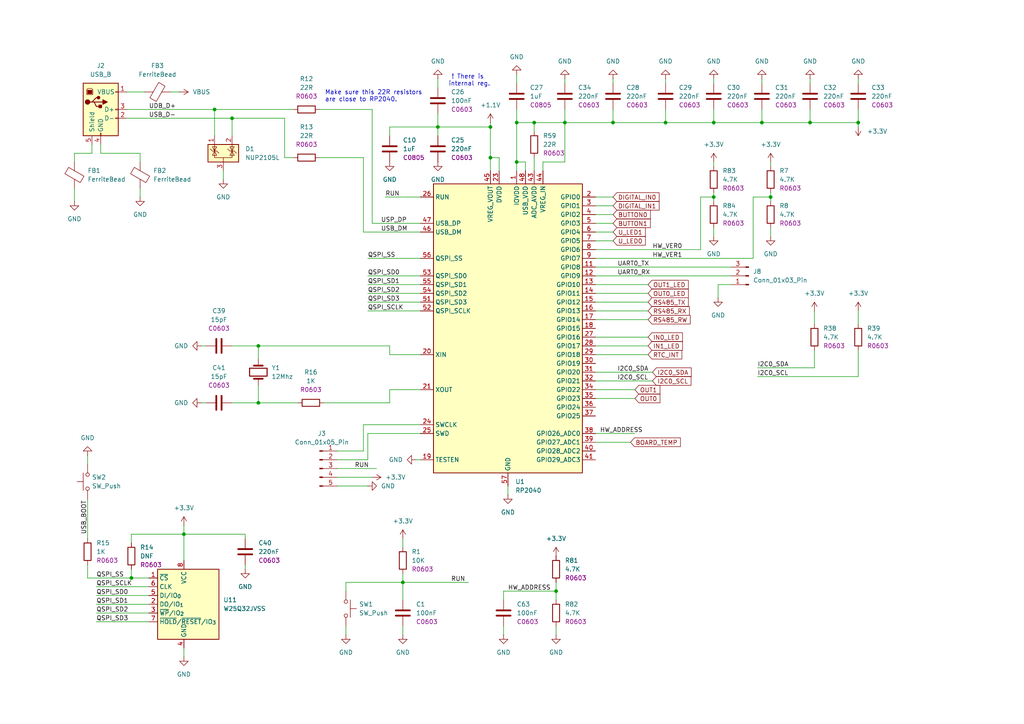
<source format=kicad_sch>
(kicad_sch (version 20250114) (generator "eeschema") (generator_version "9.0")
  (paper "A4")
  (lib_symbols
    (symbol "Connector:Conn_01x03_Pin" (pin_names (offset 1.016) (hide yes))
      (property "Reference" "J" (at 0 5.08 0))
      (property "Value" "Conn_01x03_Pin" (at 0 -5.08 0))
      (symbol "Conn_01x03_Pin_1_1"
        (rectangle (start 0.8636 2.667) (end 0 2.413) (stroke (width 0.1524)) (fill (type outline)))
        (rectangle (start 0.8636 0.127) (end 0 -0.127) (stroke (width 0.1524)) (fill (type outline)))
        (rectangle (start 0.8636 -2.413) (end 0 -2.667) (stroke (width 0.1524)) (fill (type outline)))
        (polyline (pts (xy 1.27 2.54) (xy 0.8636 2.54)) (stroke (width 0.1524)))
        (polyline (pts (xy 1.27 0) (xy 0.8636 0)) (stroke (width 0.1524)))
        (polyline (pts (xy 1.27 -2.54) (xy 0.8636 -2.54)) (stroke (width 0.1524)))
        (pin passive line (at 5.08 2.54 180) (length 3.81) (name "Pin_1") (number "1"))
        (pin passive line (at 5.08 0 180) (length 3.81) (name "Pin_2") (number "2"))
        (pin passive line (at 5.08 -2.54 180) (length 3.81) (name "Pin_3") (number "3"))
      )
    )
    (symbol "Connector:Conn_01x05_Pin" (pin_names (offset 1.016) (hide yes))
      (property "Reference" "J" (at 0 7.62 0))
      (property "Value" "Conn_01x05_Pin" (at 0 -7.62 0))
      (symbol "Conn_01x05_Pin_1_1"
        (rectangle (start 0.8636 5.207) (end 0 4.953) (stroke (width 0.1524)) (fill (type outline)))
        (rectangle (start 0.8636 2.667) (end 0 2.413) (stroke (width 0.1524)) (fill (type outline)))
        (rectangle (start 0.8636 0.127) (end 0 -0.127) (stroke (width 0.1524)) (fill (type outline)))
        (rectangle (start 0.8636 -2.413) (end 0 -2.667) (stroke (width 0.1524)) (fill (type outline)))
        (rectangle (start 0.8636 -4.953) (end 0 -5.207) (stroke (width 0.1524)) (fill (type outline)))
        (polyline (pts (xy 1.27 5.08) (xy 0.8636 5.08)) (stroke (width 0.1524)))
        (polyline (pts (xy 1.27 2.54) (xy 0.8636 2.54)) (stroke (width 0.1524)))
        (polyline (pts (xy 1.27 0) (xy 0.8636 0)) (stroke (width 0.1524)))
        (polyline (pts (xy 1.27 -2.54) (xy 0.8636 -2.54)) (stroke (width 0.1524)))
        (polyline (pts (xy 1.27 -5.08) (xy 0.8636 -5.08)) (stroke (width 0.1524)))
        (pin passive line (at 5.08 5.08 180) (length 3.81) (name "Pin_1") (number "1"))
        (pin passive line (at 5.08 2.54 180) (length 3.81) (name "Pin_2") (number "2"))
        (pin passive line (at 5.08 0 180) (length 3.81) (name "Pin_3") (number "3"))
        (pin passive line (at 5.08 -2.54 180) (length 3.81) (name "Pin_4") (number "4"))
        (pin passive line (at 5.08 -5.08 180) (length 3.81) (name "Pin_5") (number "5"))
      )
    )
    (symbol "Connector:USB_B" (pin_names (offset 1.016))
      (property "Reference" "J" (at -5.08 11.43 0))
      (property "Value" "USB_B" (at -5.08 8.89 0))
      (symbol "USB_B_0_1"
        (rectangle (start -5.08 -7.62) (end 5.08 7.62) (stroke (width 0.254)) (fill (type background)))
        (polyline (pts (xy -4.064 4.318) (xy -2.286 4.318) (xy -2.286 5.715) (xy -2.667 6.096) (xy -3.683 6.096) (xy -4.064 5.715) (xy -4.064 4.318)))
        (rectangle (start -3.81 5.588) (end -2.54 4.572) (fill (type outline)))
        (circle (center -3.81 2.159) (radius 0.635) (stroke (width 0.254)) (fill (type outline)))
        (polyline (pts (xy -3.175 2.159) (xy -2.54 2.159) (xy -1.27 3.429) (xy -0.635 3.429)) (stroke (width 0.254)))
        (polyline (pts (xy -2.54 2.159) (xy -1.905 2.159) (xy -1.27 0.889) (xy 0 0.889)) (stroke (width 0.254)))
        (polyline (pts (xy -1.905 2.159) (xy 0.635 2.159)) (stroke (width 0.254)))
        (circle (center -0.635 3.429) (radius 0.381) (stroke (width 0.254)) (fill (type outline)))
        (rectangle (start -0.127 -7.62) (end 0.127 -6.858))
        (rectangle (start 0.254 1.27) (end -0.508 0.508) (stroke (width 0.254)) (fill (type outline)))
        (polyline (pts (xy 0.635 2.794) (xy 0.635 1.524) (xy 1.905 2.159) (xy 0.635 2.794)) (stroke (width 0.254)) (fill (type outline)))
        (rectangle (start 5.08 4.953) (end 4.318 5.207))
        (rectangle (start 5.08 -0.127) (end 4.318 0.127))
        (rectangle (start 5.08 -2.667) (end 4.318 -2.413))
      )
      (symbol "USB_B_1_1"
        (pin passive line (at -2.54 -10.16 90) (length 2.54) (name "Shield") (number "5"))
        (pin power_out line (at 0 -10.16 90) (length 2.54) (name "GND") (number "4"))
        (pin power_out line (at 7.62 5.08 180) (length 2.54) (name "VBUS") (number "1"))
        (pin bidirectional line (at 7.62 0 180) (length 2.54) (name "D+") (number "3"))
        (pin bidirectional line (at 7.62 -2.54 180) (length 2.54) (name "D-") (number "2"))
      )
    )
    (symbol "Device:C" (pin_numbers (hide yes)) (pin_names (offset 0.254))
      (property "Reference" "C" (at 0.635 2.54 0))
      (property "Value" "C" (at 0.635 -2.54 0))
      (symbol "C_0_1"
        (polyline (pts (xy -2.032 0.762) (xy 2.032 0.762)) (stroke (width 0.508)))
        (polyline (pts (xy -2.032 -0.762) (xy 2.032 -0.762)) (stroke (width 0.508)))
      )
      (symbol "C_1_1"
        (pin passive line (at 0 3.81 270) (length 2.794) (name "~") (number "1"))
        (pin passive line (at 0 -3.81 90) (length 2.794) (name "~") (number "2"))
      )
    )
    (symbol "Device:Crystal" (pin_numbers (hide yes)) (pin_names (offset 1.016) (hide yes))
      (property "Reference" "Y" (at 0 3.81 0))
      (property "Value" "Crystal" (at 0 -3.81 0))
      (symbol "Crystal_0_1"
        (polyline (pts (xy -2.54 0) (xy -1.905 0)))
        (polyline (pts (xy -1.905 -1.27) (xy -1.905 1.27)) (stroke (width 0.508)))
        (rectangle (start -1.143 2.54) (end 1.143 -2.54) (stroke (width 0.3048)))
        (polyline (pts (xy 1.905 -1.27) (xy 1.905 1.27)) (stroke (width 0.508)))
        (polyline (pts (xy 2.54 0) (xy 1.905 0)))
      )
      (symbol "Crystal_1_1"
        (pin passive line (at -3.81 0 0) (length 1.27) (name "1") (number "1"))
        (pin passive line (at 3.81 0 180) (length 1.27) (name "2") (number "2"))
      )
    )
    (symbol "Device:FerriteBead" (pin_numbers (hide yes)) (pin_names (offset 0))
      (property "Reference" "FB" (at -3.81 0.635 90))
      (property "Value" "FerriteBead" (at 3.81 0 90))
      (symbol "FerriteBead_0_1"
        (polyline (pts (xy -2.7686 0.4064) (xy -1.7018 2.2606) (xy 2.7686 -0.3048) (xy 1.6764 -2.159) (xy -2.7686 0.4064)))
        (polyline (pts (xy 0 1.27) (xy 0 1.2954)))
        (polyline (pts (xy 0 -1.27) (xy 0 -1.2192)))
      )
      (symbol "FerriteBead_1_1"
        (pin passive line (at 0 3.81 270) (length 2.54) (name "~") (number "1"))
        (pin passive line (at 0 -3.81 90) (length 2.54) (name "~") (number "2"))
      )
    )
    (symbol "Device:R" (pin_numbers (hide yes)) (pin_names (offset 0))
      (property "Reference" "R" (at 2.032 0 90))
      (property "Value" "R" (at 0 0 90))
      (symbol "R_0_1"
        (rectangle (start -1.016 -2.54) (end 1.016 2.54) (stroke (width 0.254)))
      )
      (symbol "R_1_1"
        (pin passive line (at 0 3.81 270) (length 1.27) (name "~") (number "1"))
        (pin passive line (at 0 -3.81 90) (length 1.27) (name "~") (number "2"))
      )
    )
    (symbol "MCU_RaspberryPi:RP2040"
      (property "Reference" "U" (at 17.78 45.72 0))
      (property "Value" "RP2040" (at 17.78 43.18 0))
      (symbol "RP2040_0_1"
        (rectangle (start -21.59 41.91) (end 21.59 -41.91) (stroke (width 0.254)) (fill (type background)))
      )
      (symbol "RP2040_1_1"
        (pin input line (at -25.4 38.1 0) (length 3.81) (name "RUN") (number "26"))
        (pin bidirectional line (at -25.4 30.48 0) (length 3.81) (name "USB_DP") (number "47"))
        (pin bidirectional line (at -25.4 27.94 0) (length 3.81) (name "USB_DM") (number "46"))
        (pin bidirectional line (at -25.4 20.32 0) (length 3.81) (name "QSPI_SS") (number "56"))
        (pin bidirectional line (at -25.4 15.24 0) (length 3.81) (name "QSPI_SD0") (number "53"))
        (pin bidirectional line (at -25.4 12.7 0) (length 3.81) (name "QSPI_SD1") (number "55"))
        (pin bidirectional line (at -25.4 10.16 0) (length 3.81) (name "QSPI_SD2") (number "54"))
        (pin bidirectional line (at -25.4 7.62 0) (length 3.81) (name "QSPI_SD3") (number "51"))
        (pin output line (at -25.4 5.08 0) (length 3.81) (name "QSPI_SCLK") (number "52"))
        (pin input line (at -25.4 -7.62 0) (length 3.81) (name "XIN") (number "20"))
        (pin passive line (at -25.4 -17.78 0) (length 3.81) (name "XOUT") (number "21"))
        (pin input line (at -25.4 -27.94 0) (length 3.81) (name "SWCLK") (number "24"))
        (pin bidirectional line (at -25.4 -30.48 0) (length 3.81) (name "SWD") (number "25"))
        (pin input line (at -25.4 -38.1 0) (length 3.81) (name "TESTEN") (number "19"))
        (pin power_out line (at -5.08 45.72 270) (length 3.81) (name "VREG_VOUT") (number "45"))
        (pin power_in line (at -2.54 45.72 270) (length 3.81) (name "DVDD") (number "23"))
        (pin passive line (at -2.54 45.72 270) (length 3.81) (hide yes) (name "DVDD") (number "50"))
        (pin power_in line (at 0 -45.72 90) (length 3.81) (name "GND") (number "57"))
        (pin power_in line (at 2.54 45.72 270) (length 3.81) (name "IOVDD") (number "1"))
        (pin passive line (at 2.54 45.72 270) (length 3.81) (hide yes) (name "IOVDD") (number "10"))
        (pin passive line (at 2.54 45.72 270) (length 3.81) (hide yes) (name "IOVDD") (number "22"))
        (pin passive line (at 2.54 45.72 270) (length 3.81) (hide yes) (name "IOVDD") (number "33"))
        (pin passive line (at 2.54 45.72 270) (length 3.81) (hide yes) (name "IOVDD") (number "42"))
        (pin passive line (at 2.54 45.72 270) (length 3.81) (hide yes) (name "IOVDD") (number "49"))
        (pin power_in line (at 5.08 45.72 270) (length 3.81) (name "USB_VDD") (number "48"))
        (pin power_in line (at 7.62 45.72 270) (length 3.81) (name "ADC_AVDD") (number "43"))
        (pin power_in line (at 10.16 45.72 270) (length 3.81) (name "VREG_IN") (number "44"))
        (pin bidirectional line (at 25.4 38.1 180) (length 3.81) (name "GPIO0") (number "2"))
        (pin bidirectional line (at 25.4 35.56 180) (length 3.81) (name "GPIO1") (number "3"))
        (pin bidirectional line (at 25.4 33.02 180) (length 3.81) (name "GPIO2") (number "4"))
        (pin bidirectional line (at 25.4 30.48 180) (length 3.81) (name "GPIO3") (number "5"))
        (pin bidirectional line (at 25.4 27.94 180) (length 3.81) (name "GPIO4") (number "6"))
        (pin bidirectional line (at 25.4 25.4 180) (length 3.81) (name "GPIO5") (number "7"))
        (pin bidirectional line (at 25.4 22.86 180) (length 3.81) (name "GPIO6") (number "8"))
        (pin bidirectional line (at 25.4 20.32 180) (length 3.81) (name "GPIO7") (number "9"))
        (pin bidirectional line (at 25.4 17.78 180) (length 3.81) (name "GPIO8") (number "11"))
        (pin bidirectional line (at 25.4 15.24 180) (length 3.81) (name "GPIO9") (number "12"))
        (pin bidirectional line (at 25.4 12.7 180) (length 3.81) (name "GPIO10") (number "13"))
        (pin bidirectional line (at 25.4 10.16 180) (length 3.81) (name "GPIO11") (number "14"))
        (pin bidirectional line (at 25.4 7.62 180) (length 3.81) (name "GPIO12") (number "15"))
        (pin bidirectional line (at 25.4 5.08 180) (length 3.81) (name "GPIO13") (number "16"))
        (pin bidirectional line (at 25.4 2.54 180) (length 3.81) (name "GPIO14") (number "17"))
        (pin bidirectional line (at 25.4 0 180) (length 3.81) (name "GPIO15") (number "18"))
        (pin bidirectional line (at 25.4 -2.54 180) (length 3.81) (name "GPIO16") (number "27"))
        (pin bidirectional line (at 25.4 -5.08 180) (length 3.81) (name "GPIO17") (number "28"))
        (pin bidirectional line (at 25.4 -7.62 180) (length 3.81) (name "GPIO18") (number "29"))
        (pin bidirectional line (at 25.4 -10.16 180) (length 3.81) (name "GPIO19") (number "30"))
        (pin bidirectional line (at 25.4 -12.7 180) (length 3.81) (name "GPIO20") (number "31"))
        (pin bidirectional line (at 25.4 -15.24 180) (length 3.81) (name "GPIO21") (number "32"))
        (pin bidirectional line (at 25.4 -17.78 180) (length 3.81) (name "GPIO22") (number "34"))
        (pin bidirectional line (at 25.4 -20.32 180) (length 3.81) (name "GPIO23") (number "35"))
        (pin bidirectional line (at 25.4 -22.86 180) (length 3.81) (name "GPIO24") (number "36"))
        (pin bidirectional line (at 25.4 -25.4 180) (length 3.81) (name "GPIO25") (number "37"))
        (pin bidirectional line (at 25.4 -30.48 180) (length 3.81) (name "GPIO26_ADC0") (number "38"))
        (pin bidirectional line (at 25.4 -33.02 180) (length 3.81) (name "GPIO27_ADC1") (number "39"))
        (pin bidirectional line (at 25.4 -35.56 180) (length 3.81) (name "GPIO28_ADC2") (number "40"))
        (pin bidirectional line (at 25.4 -38.1 180) (length 3.81) (name "GPIO29_ADC3") (number "41"))
      )
    )
    (symbol "Memory_Flash:W25Q32JVSS"
      (property "Reference" "U" (at -6.35 11.43 0))
      (property "Value" "W25Q32JVSS" (at 7.62 11.43 0))
      (symbol "W25Q32JVSS_0_1"
        (rectangle (start -7.62 10.16) (end 10.16 -10.16) (stroke (width 0.254)) (fill (type background)))
      )
      (symbol "W25Q32JVSS_1_1"
        (pin input line (at -10.16 7.62 0) (length 2.54) (name "~{CS}") (number "1"))
        (pin input line (at -10.16 5.08 0) (length 2.54) (name "CLK") (number "6"))
        (pin bidirectional line (at -10.16 2.54 0) (length 2.54) (name "DI/IO_{0}") (number "5"))
        (pin bidirectional line (at -10.16 0 0) (length 2.54) (name "DO/IO_{1}") (number "2"))
        (pin bidirectional line (at -10.16 -2.54 0) (length 2.54) (name "~{WP}/IO_{2}") (number "3"))
        (pin bidirectional line (at -10.16 -5.08 0) (length 2.54) (name "~{HOLD}/~{RESET}/IO_{3}") (number "7"))
        (pin power_in line (at 0 12.7 270) (length 2.54) (name "VCC") (number "8"))
        (pin power_in line (at 0 -12.7 90) (length 2.54) (name "GND") (number "4"))
      )
    )
    (symbol "Power_Protection:NUP2105L" (pin_names (hide yes))
      (property "Reference" "D" (at 5.715 2.54 0))
      (property "Value" "NUP2105L" (at 5.715 0.635 0))
      (symbol "NUP2105L_0_0"
        (pin passive line (at 0 -5.08 90) (length 2.54) (name "A") (number "3"))
      )
      (symbol "NUP2105L_0_1"
        (rectangle (start -4.445 2.54) (end 4.445 -2.54) (stroke (width 0.254)) (fill (type background)))
        (polyline (pts (xy -3.81 1.27) (xy -3.175 0.635) (xy -1.905 0.635) (xy -1.27 0)))
        (polyline (pts (xy -2.54 2.54) (xy -2.54 0.635)))
        (polyline (pts (xy -2.54 0.635) (xy -2.54 -1.27) (xy 2.54 -1.27) (xy 2.54 0.635)))
        (polyline (pts (xy -2.54 0.635) (xy -1.905 -0.635) (xy -3.175 -0.635) (xy -2.54 0.635)))
        (polyline (pts (xy -2.54 0.635) (xy -3.175 1.905) (xy -1.905 1.905) (xy -2.54 0.635) (xy -2.54 1.27)))
        (polyline (pts (xy 0 -1.27) (xy 0 -2.54)))
        (polyline (pts (xy 1.27 1.27) (xy 1.905 0.635) (xy 2.54 0.635) (xy 3.175 0.635) (xy 3.81 0)))
        (polyline (pts (xy 2.54 2.54) (xy 2.54 0.635)))
        (polyline (pts (xy 2.54 0.635) (xy 1.905 -0.635) (xy 3.175 -0.635) (xy 2.54 0.635)))
        (polyline (pts (xy 2.54 0.635) (xy 3.175 1.905) (xy 1.905 1.905) (xy 2.54 0.635)))
      )
      (symbol "NUP2105L_1_1"
        (pin passive line (at -2.54 5.08 270) (length 2.54) (name "K") (number "1"))
        (pin passive line (at 2.54 5.08 270) (length 2.54) (name "K") (number "2"))
      )
    )
    (symbol "Switch:SW_Push" (pin_numbers (hide yes)) (pin_names (offset 1.016) (hide yes))
      (property "Reference" "SW" (at 1.27 2.54 0))
      (property "Value" "SW_Push" (at 0 -1.524 0))
      (symbol "SW_Push_0_1"
        (circle (center -2.032 0) (radius 0.508))
        (polyline (pts (xy 0 1.27) (xy 0 3.048)))
        (circle (center 2.032 0) (radius 0.508))
        (polyline (pts (xy 2.54 1.27) (xy -2.54 1.27)))
        (pin passive line (at -5.08 0 0) (length 2.54) (name "1") (number "1"))
        (pin passive line (at 5.08 0 180) (length 2.54) (name "2") (number "2"))
      )
    )
    (symbol "power:+3.3V" (power) (pin_numbers (hide yes)) (pin_names (offset 0) (hide yes))
      (property "Value" "+3.3V" (at 0 3.556 0))
      (symbol "+3.3V_0_1"
        (polyline (pts (xy -0.762 1.27) (xy 0 2.54)))
        (polyline (pts (xy 0 2.54) (xy 0.762 1.27)))
        (polyline (pts (xy 0 0) (xy 0 2.54)))
      )
      (symbol "+3.3V_1_1"
        (pin power_in line (at 0 0 90) (length 0) (name "~") (number "1"))
      )
    )
    (symbol "power:GND" (power) (pin_numbers (hide yes)) (pin_names (offset 0) (hide yes))
      (property "Value" "GND" (at 0 -3.81 0))
      (symbol "GND_0_1"
        (polyline (pts (xy 0 0) (xy 0 -1.27) (xy 1.27 -1.27) (xy 0 -2.54) (xy -1.27 -1.27) (xy 0 -1.27)))
      )
      (symbol "GND_1_1"
        (pin power_in line (at 0 0 270) (length 0) (name "~") (number "1"))
      )
    )
  )
  (text "! There is \ninternal reg." (at 136.144 23.368 0) (effects (font (size 1.27 1.27))))
  (text "Make sure this 22R resistors \nare close to RP2040." (at 94.234 27.94 0) (effects (font (size 1.27 1.27)) (justify left)))
  (junction (at 74.93 100.33))
  (junction (at 223.52 57.15))
  (junction (at 38.1 167.64))
  (junction (at 142.24 36.83))
  (junction (at 127 36.83))
  (junction (at 193.04 35.56))
  (junction (at 207.01 35.56))
  (junction (at 116.84 168.91))
  (junction (at 161.29 171.45))
  (junction (at 149.86 46.99))
  (junction (at 234.95 35.56))
  (junction (at 177.8 35.56))
  (junction (at 142.24 45.72))
  (junction (at 62.23 31.75))
  (junction (at 67.31 34.29))
  (junction (at 220.98 35.56))
  (junction (at 163.83 35.56))
  (junction (at 248.92 35.56))
  (junction (at 149.86 35.56))
  (junction (at 207.01 57.15))
  (junction (at 53.34 154.94))
  (junction (at 154.94 35.56))
  (junction (at 74.93 116.84))
  (wire (pts (xy 111.76 57.15) (xy 121.92 57.15)))
  (wire (pts (xy 147.32 140.97) (xy 147.32 143.51)))
  (wire (pts (xy 67.31 34.29) (xy 82.55 34.29)))
  (wire (pts (xy 177.8 24.13) (xy 177.8 22.86)))
  (wire (pts (xy 163.83 35.56) (xy 163.83 46.99)))
  (wire (pts (xy 113.03 113.03) (xy 121.92 113.03)))
  (wire (pts (xy 220.98 22.86) (xy 220.98 24.13)))
  (wire (pts (xy 100.33 168.91) (xy 100.33 171.45)))
  (wire (pts (xy 127 33.02) (xy 127 36.83)))
  (wire (pts (xy 38.1 154.94) (xy 53.34 154.94)))
  (wire (pts (xy 116.84 168.91) (xy 116.84 173.99)))
  (wire (pts (xy 25.4 163.83) (xy 25.4 167.64)))
  (wire (pts (xy 106.68 80.01) (xy 121.92 80.01)))
  (wire (pts (xy 105.41 67.31) (xy 121.92 67.31)))
  (wire (pts (xy 74.93 116.84) (xy 86.36 116.84)))
  (wire (pts (xy 116.84 181.61) (xy 116.84 184.15)))
  (wire (pts (xy 172.72 72.39) (xy 203.2 72.39)))
  (wire (pts (xy 152.4 49.53) (xy 152.4 46.99)))
  (wire (pts (xy 113.03 116.84) (xy 113.03 113.03)))
  (wire (pts (xy 149.86 35.56) (xy 149.86 31.75)))
  (wire (pts (xy 106.68 133.35) (xy 106.68 125.73)))
  (wire (pts (xy 92.71 45.72) (xy 105.41 45.72)))
  (wire (pts (xy 172.72 67.31) (xy 177.8 67.31)))
  (wire (pts (xy 100.33 181.61) (xy 100.33 184.15)))
  (wire (pts (xy 106.68 85.09) (xy 121.92 85.09)))
  (wire (pts (xy 36.83 34.29) (xy 67.31 34.29)))
  (wire (pts (xy 67.31 100.33) (xy 74.93 100.33)))
  (wire (pts (xy 172.72 125.73) (xy 184.15 125.73)))
  (wire (pts (xy 106.68 87.63) (xy 121.92 87.63)))
  (wire (pts (xy 234.95 35.56) (xy 248.92 35.56)))
  (wire (pts (xy 248.92 109.22) (xy 248.92 101.6)))
  (wire (pts (xy 93.98 116.84) (xy 113.03 116.84)))
  (wire (pts (xy 62.23 31.75) (xy 62.23 39.37)))
  (wire (pts (xy 207.01 55.88) (xy 207.01 57.15)))
  (wire (pts (xy 172.72 97.79) (xy 187.96 97.79)))
  (wire (pts (xy 149.86 35.56) (xy 149.86 46.99)))
  (wire (pts (xy 146.05 173.99) (xy 146.05 171.45)))
  (wire (pts (xy 121.92 102.87) (xy 113.03 102.87)))
  (wire (pts (xy 172.72 59.69) (xy 177.8 59.69)))
  (wire (pts (xy 207.01 31.75) (xy 207.01 35.56)))
  (wire (pts (xy 71.12 154.94) (xy 53.34 154.94)))
  (wire (pts (xy 107.95 31.75) (xy 92.71 31.75)))
  (wire (pts (xy 116.84 168.91) (xy 135.89 168.91)))
  (wire (pts (xy 97.79 133.35) (xy 106.68 133.35)))
  (wire (pts (xy 161.29 171.45) (xy 161.29 173.99)))
  (wire (pts (xy 58.42 100.33) (xy 59.69 100.33)))
  (wire (pts (xy 207.01 22.86) (xy 207.01 24.13)))
  (wire (pts (xy 27.94 177.8) (xy 43.18 177.8)))
  (wire (pts (xy 220.98 31.75) (xy 220.98 35.56)))
  (wire (pts (xy 223.52 66.04) (xy 223.52 68.58)))
  (wire (pts (xy 172.72 128.27) (xy 182.88 128.27)))
  (wire (pts (xy 149.86 46.99) (xy 152.4 46.99)))
  (wire (pts (xy 234.95 31.75) (xy 234.95 35.56)))
  (wire (pts (xy 172.72 69.85) (xy 177.8 69.85)))
  (wire (pts (xy 236.22 106.68) (xy 236.22 101.6)))
  (wire (pts (xy 67.31 116.84) (xy 74.93 116.84)))
  (wire (pts (xy 146.05 171.45) (xy 161.29 171.45)))
  (wire (pts (xy 38.1 157.48) (xy 38.1 154.94)))
  (wire (pts (xy 64.77 49.53) (xy 64.77 52.07)))
  (wire (pts (xy 97.79 140.97) (xy 106.68 140.97)))
  (wire (pts (xy 177.8 35.56) (xy 193.04 35.56)))
  (wire (pts (xy 207.01 46.99) (xy 207.01 48.26)))
  (wire (pts (xy 172.72 57.15) (xy 177.8 57.15)))
  (wire (pts (xy 193.04 31.75) (xy 193.04 35.56)))
  (wire (pts (xy 154.94 35.56) (xy 163.83 35.56)))
  (wire (pts (xy 25.4 144.78) (xy 25.4 156.21)))
  (wire (pts (xy 106.68 90.17) (xy 121.92 90.17)))
  (wire (pts (xy 172.72 100.33) (xy 187.96 100.33)))
  (wire (pts (xy 127 36.83) (xy 142.24 36.83)))
  (wire (pts (xy 97.79 138.43) (xy 107.95 138.43)))
  (wire (pts (xy 172.72 90.17) (xy 187.96 90.17)))
  (wire (pts (xy 71.12 163.83) (xy 71.12 165.1)))
  (wire (pts (xy 172.72 62.23) (xy 177.8 62.23)))
  (wire (pts (xy 172.72 80.01) (xy 212.09 80.01)))
  (wire (pts (xy 53.34 187.96) (xy 53.34 190.5)))
  (wire (pts (xy 38.1 167.64) (xy 43.18 167.64)))
  (wire (pts (xy 36.83 31.75) (xy 62.23 31.75)))
  (wire (pts (xy 74.93 104.14) (xy 74.93 100.33)))
  (wire (pts (xy 105.41 130.81) (xy 105.41 123.19)))
  (wire (pts (xy 27.94 170.18) (xy 43.18 170.18)))
  (wire (pts (xy 74.93 116.84) (xy 74.93 111.76)))
  (wire (pts (xy 172.72 110.49) (xy 189.23 110.49)))
  (wire (pts (xy 218.44 74.93) (xy 218.44 57.15)))
  (wire (pts (xy 142.24 45.72) (xy 142.24 49.53)))
  (wire (pts (xy 223.52 55.88) (xy 223.52 57.15)))
  (wire (pts (xy 161.29 181.61) (xy 161.29 184.15)))
  (wire (pts (xy 38.1 165.1) (xy 38.1 167.64)))
  (wire (pts (xy 107.95 64.77) (xy 107.95 31.75)))
  (wire (pts (xy 163.83 31.75) (xy 163.83 35.56)))
  (wire (pts (xy 25.4 167.64) (xy 38.1 167.64)))
  (wire (pts (xy 67.31 34.29) (xy 67.31 39.37)))
  (wire (pts (xy 163.83 24.13) (xy 163.83 22.86)))
  (wire (pts (xy 21.59 44.45) (xy 26.67 44.45)))
  (wire (pts (xy 248.92 22.86) (xy 248.92 24.13)))
  (wire (pts (xy 82.55 45.72) (xy 82.55 34.29)))
  (wire (pts (xy 27.94 180.34) (xy 43.18 180.34)))
  (wire (pts (xy 121.92 64.77) (xy 107.95 64.77)))
  (wire (pts (xy 113.03 36.83) (xy 127 36.83)))
  (wire (pts (xy 172.72 85.09) (xy 187.96 85.09)))
  (wire (pts (xy 248.92 35.56) (xy 248.92 36.83)))
  (wire (pts (xy 149.86 35.56) (xy 154.94 35.56)))
  (wire (pts (xy 53.34 152.4) (xy 53.34 154.94)))
  (wire (pts (xy 85.09 45.72) (xy 82.55 45.72)))
  (wire (pts (xy 157.48 49.53) (xy 157.48 46.99)))
  (wire (pts (xy 149.86 49.53) (xy 149.86 46.99)))
  (wire (pts (xy 53.34 154.94) (xy 53.34 162.56)))
  (wire (pts (xy 105.41 123.19) (xy 121.92 123.19)))
  (wire (pts (xy 193.04 24.13) (xy 193.04 22.86)))
  (wire (pts (xy 21.59 54.61) (xy 21.59 58.42)))
  (wire (pts (xy 193.04 35.56) (xy 207.01 35.56)))
  (wire (pts (xy 27.94 175.26) (xy 43.18 175.26)))
  (wire (pts (xy 27.94 172.72) (xy 43.18 172.72)))
  (wire (pts (xy 71.12 156.21) (xy 71.12 154.94)))
  (wire (pts (xy 234.95 22.86) (xy 234.95 24.13)))
  (wire (pts (xy 163.83 35.56) (xy 177.8 35.56)))
  (wire (pts (xy 97.79 130.81) (xy 105.41 130.81)))
  (wire (pts (xy 172.72 82.55) (xy 187.96 82.55)))
  (wire (pts (xy 208.28 82.55) (xy 212.09 82.55)))
  (wire (pts (xy 127 36.83) (xy 127 39.37)))
  (wire (pts (xy 203.2 72.39) (xy 203.2 57.15)))
  (wire (pts (xy 146.05 181.61) (xy 146.05 184.15)))
  (wire (pts (xy 127 22.86) (xy 127 25.4)))
  (wire (pts (xy 62.23 31.75) (xy 85.09 31.75)))
  (wire (pts (xy 106.68 74.93) (xy 121.92 74.93)))
  (wire (pts (xy 154.94 35.56) (xy 154.94 38.1)))
  (wire (pts (xy 218.44 57.15) (xy 223.52 57.15)))
  (wire (pts (xy 29.21 41.91) (xy 29.21 44.45)))
  (wire (pts (xy 172.72 87.63) (xy 187.96 87.63)))
  (wire (pts (xy 116.84 156.21) (xy 116.84 158.75)))
  (wire (pts (xy 208.28 86.36) (xy 208.28 82.55)))
  (wire (pts (xy 142.24 35.56) (xy 142.24 36.83)))
  (wire (pts (xy 154.94 45.72) (xy 154.94 49.53)))
  (wire (pts (xy 172.72 74.93) (xy 218.44 74.93)))
  (wire (pts (xy 172.72 102.87) (xy 187.96 102.87)))
  (wire (pts (xy 106.68 82.55) (xy 121.92 82.55)))
  (wire (pts (xy 40.64 44.45) (xy 40.64 46.99)))
  (wire (pts (xy 105.41 45.72) (xy 105.41 67.31)))
  (wire (pts (xy 157.48 46.99) (xy 163.83 46.99)))
  (wire (pts (xy 219.71 109.22) (xy 248.92 109.22)))
  (wire (pts (xy 113.03 102.87) (xy 113.03 100.33)))
  (wire (pts (xy 144.78 49.53) (xy 144.78 45.72)))
  (wire (pts (xy 149.86 21.59) (xy 149.86 24.13)))
  (wire (pts (xy 113.03 100.33) (xy 74.93 100.33)))
  (wire (pts (xy 116.84 166.37) (xy 116.84 168.91)))
  (wire (pts (xy 207.01 57.15) (xy 207.01 58.42)))
  (wire (pts (xy 40.64 54.61) (xy 40.64 57.15)))
  (wire (pts (xy 172.72 115.57) (xy 184.15 115.57)))
  (wire (pts (xy 100.33 168.91) (xy 116.84 168.91)))
  (wire (pts (xy 203.2 57.15) (xy 207.01 57.15)))
  (wire (pts (xy 223.52 46.99) (xy 223.52 48.26)))
  (wire (pts (xy 248.92 90.17) (xy 248.92 93.98)))
  (wire (pts (xy 172.72 113.03) (xy 184.15 113.03)))
  (wire (pts (xy 25.4 134.62) (xy 25.4 132.08)))
  (wire (pts (xy 161.29 168.91) (xy 161.29 171.45)))
  (wire (pts (xy 106.68 125.73) (xy 121.92 125.73)))
  (wire (pts (xy 207.01 35.56) (xy 220.98 35.56)))
  (wire (pts (xy 21.59 46.99) (xy 21.59 44.45)))
  (wire (pts (xy 172.72 64.77) (xy 177.8 64.77)))
  (wire (pts (xy 29.21 44.45) (xy 40.64 44.45)))
  (wire (pts (xy 219.71 106.68) (xy 236.22 106.68)))
  (wire (pts (xy 113.03 39.37) (xy 113.03 36.83)))
  (wire (pts (xy 207.01 66.04) (xy 207.01 68.58)))
  (wire (pts (xy 248.92 31.75) (xy 248.92 35.56)))
  (wire (pts (xy 49.53 26.67) (xy 52.07 26.67)))
  (wire (pts (xy 144.78 45.72) (xy 142.24 45.72)))
  (wire (pts (xy 26.67 44.45) (xy 26.67 41.91)))
  (wire (pts (xy 58.42 116.84) (xy 59.69 116.84)))
  (wire (pts (xy 236.22 90.17) (xy 236.22 93.98)))
  (wire (pts (xy 97.79 135.89) (xy 109.22 135.89)))
  (wire (pts (xy 177.8 31.75) (xy 177.8 35.56)))
  (wire (pts (xy 142.24 36.83) (xy 142.24 45.72)))
  (wire (pts (xy 220.98 35.56) (xy 234.95 35.56)))
  (wire (pts (xy 172.72 77.47) (xy 212.09 77.47)))
  (wire (pts (xy 120.65 133.35) (xy 121.92 133.35)))
  (wire (pts (xy 172.72 107.95) (xy 189.23 107.95)))
  (wire (pts (xy 172.72 92.71) (xy 187.96 92.71)))
  (wire (pts (xy 223.52 57.15) (xy 223.52 58.42)))
  (wire (pts (xy 36.83 26.67) (xy 41.91 26.67)))
  (label "HW_ADDRESS" (at 173.99 125.73 0))
  (label "QSPI_SD2" (at 27.94 177.8 0))
  (label "RUN" (at 130.81 168.91 0))
  (label "QSPI_SD1" (at 106.68 82.55 0))
  (label "UART0_RX" (at 179.07 80.01 0))
  (label "RUN" (at 102.87 135.89 0))
  (label "QSPI_SS" (at 106.68 74.93 0))
  (label "I2C0_SDA" (at 219.71 106.68 0))
  (label "I2C0_SCL" (at 219.71 109.22 0))
  (label "UART0_TX" (at 179.07 77.47 0))
  (label "QSPI_SD1" (at 27.94 175.26 0))
  (label "HW_VER1" (at 189.23 74.93 0))
  (label "USP_DP" (at 110.49 64.77 0))
  (label "QSPI_SS" (at 27.94 167.64 0))
  (label "QSPI_SCLK" (at 106.68 90.17 0))
  (label "HW_ADDRESS" (at 147.32 171.45 0))
  (label "QSPI_SD2" (at 106.68 85.09 0))
  (label "UDB_D+" (at 43.18 31.75 0))
  (label "QSPI_SCLK" (at 27.94 170.18 0))
  (label "QSPI_SD3" (at 27.94 180.34 0))
  (label "USB_D-" (at 43.18 34.29 0))
  (label "I2C0_SDA" (at 179.07 107.95 0))
  (label "RUN" (at 111.76 57.15 0))
  (label "QSPI_SD3" (at 106.68 87.63 0))
  (label "USB_DM" (at 110.49 67.31 0))
  (label "HW_VER0" (at 189.23 72.39 0))
  (label "USB_BOOT" (at 25.4 154.94 90))
  (label "QSPI_SD0" (at 27.94 172.72 0))
  (label "I2C0_SCL" (at 179.07 110.49 0))
  (label "QSPI_SD0" (at 106.68 80.01 0))
  (global_label "IN0_LED" (shape input) (at 187.96 97.79 0) (property "Intersheetrefs" "${INTERSHEET_REFS}" (effects (hide yes))))
  (global_label "BUTTON1" (shape input) (at 177.8 64.77 0) (property "Intersheetrefs" "${INTERSHEET_REFS}" (effects (hide yes))))
  (global_label "U_LED1" (shape input) (at 177.8 67.31 0) (property "Intersheetrefs" "${INTERSHEET_REFS}" (effects (hide yes))))
  (global_label "DIGITAL_IN0" (shape input) (at 177.8 57.15 0) (property "Intersheetrefs" "${INTERSHEET_REFS}" (effects (hide yes))))
  (global_label "RTC_INT" (shape input) (at 187.96 102.87 0) (property "Intersheetrefs" "${INTERSHEET_REFS}" (effects (hide yes))))
  (global_label "U_LED0" (shape input) (at 177.8 69.85 0) (property "Intersheetrefs" "${INTERSHEET_REFS}" (effects (hide yes))))
  (global_label "BUTTON0" (shape input) (at 177.8 62.23 0) (property "Intersheetrefs" "${INTERSHEET_REFS}" (effects (hide yes))))
  (global_label "OUT1" (shape input) (at 184.15 113.03 0) (property "Intersheetrefs" "${INTERSHEET_REFS}" (effects (hide yes))))
  (global_label "OUT1_LED" (shape input) (at 187.96 82.55 0) (property "Intersheetrefs" "${INTERSHEET_REFS}" (effects (hide yes))))
  (global_label "OUT0_LED" (shape input) (at 187.96 85.09 0) (property "Intersheetrefs" "${INTERSHEET_REFS}" (effects (hide yes))))
  (global_label "RS485_RW" (shape input) (at 187.96 92.71 0) (property "Intersheetrefs" "${INTERSHEET_REFS}" (effects (hide yes))))
  (global_label "RS485_TX" (shape input) (at 187.96 87.63 0) (property "Intersheetrefs" "${INTERSHEET_REFS}" (effects (hide yes))))
  (global_label "DIGITAL_IN1" (shape input) (at 177.8 59.69 0) (property "Intersheetrefs" "${INTERSHEET_REFS}" (effects (hide yes))))
  (global_label "RS485_RX" (shape input) (at 187.96 90.17 0) (property "Intersheetrefs" "${INTERSHEET_REFS}" (effects (hide yes))))
  (global_label "OUT0" (shape input) (at 184.15 115.57 0) (property "Intersheetrefs" "${INTERSHEET_REFS}" (effects (hide yes))))
  (global_label "I2C0_SDA" (shape input) (at 189.23 107.95 0) (property "Intersheetrefs" "${INTERSHEET_REFS}" (effects (hide yes))))
  (global_label "IN1_LED" (shape input) (at 187.96 100.33 0) (property "Intersheetrefs" "${INTERSHEET_REFS}" (effects (hide yes))))
  (global_label "BOARD_TEMP" (shape input) (at 182.88 128.27 0) (property "Intersheetrefs" "${INTERSHEET_REFS}" (effects (hide yes))))
  (global_label "I2C0_SCL" (shape input) (at 189.23 110.49 0) (property "Intersheetrefs" "${INTERSHEET_REFS}" (effects (hide yes))))
  (symbol (lib_id "power:+3.3V") (at 107.95 138.43 270) (unit 1)
    (property "Reference" "#PWR069" (effects (hide yes)))
    (property "Value" "+3.3V" (at 111.76 138.4299 90) (effects (justify left)))
    (property "Description" "Power symbol creates a global label with name \"+3.3V\"" (effects (hide yes)))
  )
  (symbol (lib_id "MCU_RaspberryPi:RP2040") (at 147.32 95.25 0) (unit 1)
    (property "Reference" "U1" (at 149.4633 139.7 0) (effects (justify left)))
    (property "Value" "RP2040" (at 149.4633 142.24 0) (effects (justify left)))
    (property "Footprint" "Package_DFN_QFN:QFN-56-1EP_7x7mm_P0.4mm_EP3.2x3.2mm" (effects (hide yes)))
    (property "Datasheet" "https://datasheets.raspberrypi.com/rp2040/rp2040-datasheet.pdf" (effects (hide yes)))
    (property "Description" "A microcontroller by Raspberry Pi" (effects (hide yes)))
  )
  (symbol (lib_id "Device:FerriteBead") (at 45.72 26.67 90) (unit 1)
    (property "Reference" "FB3" (at 45.6692 19.05 90))
    (property "Value" "FerriteBead" (at 45.6692 21.59 90))
    (property "Footprint" "Resistor_SMD:R_0805_2012Metric" (effects (hide yes)))
    (property "Description" "Ferrite bead" (effects (hide yes)))
  )
  (symbol (lib_id "power:GND") (at 149.86 21.59 180) (unit 1)
    (property "Reference" "#PWR058" (effects (hide yes)))
    (property "Value" "GND" (at 149.86 16.51 0))
    (property "Description" "Power symbol creates a global label with name \"GND\" , ground" (effects (hide yes)))
  )
  (symbol (lib_id "power:GND") (at 177.8 22.86 180) (unit 1)
    (property "Reference" "#PWR059" (effects (hide yes)))
    (property "Value" "GND" (at 177.8 17.78 0))
    (property "Description" "Power symbol creates a global label with name \"GND\" , ground" (effects (hide yes)))
  )
  (symbol (lib_id "Device:R") (at 161.29 165.1 0) (unit 1)
    (property "Reference" "R81" (at 163.83 162.5599 0) (effects (justify left)))
    (property "Value" "4.7K" (at 163.83 165.0999 0) (effects (justify left)))
    (property "Footprint" "Resistor_SMD:R_0603_1608Metric" (effects (hide yes)))
    (property "Description" "Resistor" (effects (hide yes)))
    (property "Package" "R0603" (at 163.83 167.6399 0) (effects (justify left)))
  )
  (symbol (lib_id "Device:R") (at 248.92 97.79 0) (unit 1)
    (property "Reference" "R39" (at 251.46 95.2499 0) (effects (justify left)))
    (property "Value" "4.7K" (at 251.46 97.7899 0) (effects (justify left)))
    (property "Footprint" "Resistor_SMD:R_0603_1608Metric" (effects (hide yes)))
    (property "Description" "Resistor" (effects (hide yes)))
    (property "Package" "R0603" (at 251.46 100.3299 0) (effects (justify left)))
  )
  (symbol (lib_id "power:GND") (at 208.28 86.36 0) (unit 1)
    (property "Reference" "#PWR0141" (effects (hide yes)))
    (property "Value" "GND" (at 208.28 91.44 0))
    (property "Description" "Power symbol creates a global label with name \"GND\" , ground" (effects (hide yes)))
  )
  (symbol (lib_id "power:GND") (at 193.04 22.86 180) (unit 1)
    (property "Reference" "#PWR060" (effects (hide yes)))
    (property "Value" "GND" (at 193.04 17.78 0))
    (property "Description" "Power symbol creates a global label with name \"GND\" , ground" (effects (hide yes)))
  )
  (symbol (lib_id "Device:FerriteBead") (at 21.59 50.8 0) (unit 1)
    (property "Reference" "FB1" (at 25.4 49.4791 0) (effects (justify left)))
    (property "Value" "FerriteBead" (at 25.4 52.0191 0) (effects (justify left)))
    (property "Footprint" "Resistor_SMD:R_0805_2012Metric" (effects (hide yes)))
    (property "Description" "Ferrite bead" (effects (hide yes)))
  )
  (symbol (lib_id "Device:R") (at 90.17 116.84 90) (unit 1)
    (property "Reference" "R16" (at 90.17 107.95 90))
    (property "Value" "1K" (at 90.17 110.49 90))
    (property "Footprint" "Resistor_SMD:R_0603_1608Metric" (effects (hide yes)))
    (property "Description" "Resistor" (effects (hide yes)))
    (property "Package" "R0603" (at 90.17 113.03 90))
  )
  (symbol (lib_id "power:GND") (at 40.64 57.15 0) (unit 1)
    (property "Reference" "#PWR051" (effects (hide yes)))
    (property "Value" "GND" (at 40.64 62.23 0))
    (property "Description" "Power symbol creates a global label with name \"GND\" , ground" (effects (hide yes)))
  )
  (symbol (lib_id "Device:R") (at 88.9 45.72 90) (unit 1)
    (property "Reference" "R13" (at 88.9 36.83 90))
    (property "Value" "22R" (at 88.9 39.37 90))
    (property "Footprint" "Resistor_SMD:R_0603_1608Metric" (effects (hide yes)))
    (property "Description" "Resistor" (effects (hide yes)))
    (property "Package" "R0603" (at 88.9 41.91 90))
  )
  (symbol (lib_id "Device:R") (at 161.29 177.8 0) (unit 1)
    (property "Reference" "R82" (at 163.83 175.2599 0) (effects (justify left)))
    (property "Value" "4.7K" (at 163.83 177.7999 0) (effects (justify left)))
    (property "Footprint" "Resistor_SMD:R_0603_1608Metric" (effects (hide yes)))
    (property "Description" "Resistor" (effects (hide yes)))
    (property "Package" "R0603" (at 163.83 180.3399 0) (effects (justify left)))
  )
  (symbol (lib_id "Device:C") (at 71.12 160.02 0) (unit 1)
    (property "Reference" "C40" (at 74.93 157.4799 0) (effects (justify left)))
    (property "Value" "220nF" (at 74.93 160.0199 0) (effects (justify left)))
    (property "Footprint" "Capacitor_SMD:C_0603_1608Metric" (effects (hide yes)))
    (property "Description" "Unpolarized capacitor" (effects (hide yes)))
    (property "Package" "C0603" (at 74.93 162.5599 0) (effects (justify left)))
  )
  (symbol (lib_id "Switch:SW_Push") (at 100.33 176.53 270) (unit 1)
    (property "Reference" "SW1" (at 104.14 175.2599 90) (effects (justify left)))
    (property "Value" "SW_Push" (at 104.14 177.7999 90) (effects (justify left)))
    (property "Footprint" "Button_Switch_THT:SW_Tactile_SPST_Angled_PTS645Vx83-2LFS" (effects (hide yes)))
    (property "Description" "Push button switch, generic, two pins" (effects (hide yes)))
  )
  (symbol (lib_id "Device:R") (at 223.52 62.23 0) (unit 1)
    (property "Reference" "R8" (at 226.06 59.6899 0) (effects (justify left)))
    (property "Value" "4.7K" (at 226.06 62.2299 0) (effects (justify left)))
    (property "Footprint" "Resistor_SMD:R_0603_1608Metric" (effects (hide yes)))
    (property "Description" "Resistor" (effects (hide yes)))
    (property "Package" "R0603" (at 226.06 64.7699 0) (effects (justify left)))
  )
  (symbol (lib_id "power:GND") (at 21.59 58.42 0) (unit 1)
    (property "Reference" "#PWR052" (effects (hide yes)))
    (property "Value" "GND" (at 21.59 63.5 0))
    (property "Description" "Power symbol creates a global label with name \"GND\" , ground" (effects (hide yes)))
  )
  (symbol (lib_id "power:+3.3V") (at 142.24 35.56 0) (unit 1)
    (property "Reference" "#PWR01" (effects (hide yes)))
    (property "Value" "+1.1V" (at 142.24 30.48 0))
    (property "Description" "Power symbol creates a global label with name \"+3.3V\"" (effects (hide yes)))
  )
  (symbol (lib_id "Device:R") (at 154.94 41.91 180) (unit 1)
    (property "Reference" "R59" (at 157.48 39.3699 0) (effects (justify right)))
    (property "Value" "22R" (at 157.48 41.9099 0) (effects (justify right)))
    (property "Footprint" "Resistor_SMD:R_0603_1608Metric" (effects (hide yes)))
    (property "Description" "Resistor" (effects (hide yes)))
    (property "Package" "R0603" (at 157.48 44.4499 0) (effects (justify right)))
  )
  (symbol (lib_id "Device:C") (at 248.92 27.94 0) (unit 1)
    (property "Reference" "C33" (at 252.73 25.3999 0) (effects (justify left)))
    (property "Value" "220nF" (at 252.73 27.9399 0) (effects (justify left)))
    (property "Footprint" "Capacitor_SMD:C_0603_1608Metric" (effects (hide yes)))
    (property "Description" "Unpolarized capacitor" (effects (hide yes)))
    (property "Package" "C0603" (at 252.73 30.4799 0) (effects (justify left)))
  )
  (symbol (lib_id "power:+3.3V") (at 116.84 156.21 0) (unit 1)
    (property "Reference" "#PWR029" (effects (hide yes)))
    (property "Value" "+3.3V" (at 116.84 151.13 0))
    (property "Description" "Power symbol creates a global label with name \"+3.3V\"" (effects (hide yes)))
  )
  (symbol (lib_id "power:GND") (at 207.01 68.58 0) (unit 1)
    (property "Reference" "#PWR0173" (effects (hide yes)))
    (property "Value" "GND" (at 207.01 73.66 0))
    (property "Description" "Power symbol creates a global label with name \"GND\" , ground" (effects (hide yes)))
  )
  (symbol (lib_id "power:+3.3V") (at 161.29 161.29 0) (unit 1)
    (property "Reference" "#PWR0165" (effects (hide yes)))
    (property "Value" "+3.3V" (at 161.29 156.21 0))
    (property "Description" "Power symbol creates a global label with name \"+3.3V\"" (effects (hide yes)))
  )
  (symbol (lib_id "power:GND") (at 234.95 22.86 180) (unit 1)
    (property "Reference" "#PWR064" (effects (hide yes)))
    (property "Value" "GND" (at 234.95 17.78 0))
    (property "Description" "Power symbol creates a global label with name \"GND\" , ground" (effects (hide yes)))
  )
  (symbol (lib_id "power:GND") (at 100.33 184.15 0) (unit 1)
    (property "Reference" "#PWR031" (effects (hide yes)))
    (property "Value" "GND" (at 100.33 189.23 0))
    (property "Description" "Power symbol creates a global label with name \"GND\" , ground" (effects (hide yes)))
  )
  (symbol (lib_id "Connector:USB_B") (at 29.21 31.75 0) (unit 1)
    (property "Reference" "J2" (at 29.21 19.05 0))
    (property "Value" "USB_B" (at 29.21 21.59 0))
    (property "Footprint" "Connector_USB:USB_B_OST_USB-B1HSxx_Horizontal" (effects (hide yes)))
    (property "Description" "USB Type B connector" (effects (hide yes)))
  )
  (symbol (lib_id "Connector:Conn_01x05_Pin") (at 92.71 135.89 0) (unit 1)
    (property "Reference" "J3" (at 93.345 125.73 0))
    (property "Value" "Conn_01x05_Pin" (at 93.345 128.27 0))
    (property "Footprint" "Connector_PinHeader_2.54mm:PinHeader_1x05_P2.54mm_Vertical" (effects (hide yes)))
    (property "Description" "Generic connector, single row, 01x05, script generated" (effects (hide yes)))
  )
  (symbol (lib_id "power:GND") (at 58.42 100.33 270) (unit 1)
    (property "Reference" "#PWR019" (effects (hide yes)))
    (property "Value" "GND" (at 54.61 100.3299 90) (effects (justify right)))
    (property "Description" "Power symbol creates a global label with name \"GND\" , ground" (effects (hide yes)))
  )
  (symbol (lib_id "power:GND") (at 147.32 143.51 0) (unit 1)
    (property "Reference" "#PWR067" (effects (hide yes)))
    (property "Value" "GND" (at 147.32 148.59 0))
    (property "Description" "Power symbol creates a global label with name \"GND\" , ground" (effects (hide yes)))
  )
  (symbol (lib_id "power:GND") (at 64.77 52.07 0) (unit 1)
    (property "Reference" "#PWR034" (effects (hide yes)))
    (property "Value" "GND" (at 64.77 57.15 0))
    (property "Description" "Power symbol creates a global label with name \"GND\" , ground" (effects (hide yes)))
  )
  (symbol (lib_id "power:GND") (at 116.84 184.15 0) (unit 1)
    (property "Reference" "#PWR030" (effects (hide yes)))
    (property "Value" "GND" (at 116.84 189.23 0))
    (property "Description" "Power symbol creates a global label with name \"GND\" , ground" (effects (hide yes)))
  )
  (symbol (lib_id "power:GND") (at 120.65 133.35 270) (unit 1)
    (property "Reference" "#PWR066" (effects (hide yes)))
    (property "Value" "GND" (at 116.84 133.3499 90) (effects (justify right)))
    (property "Description" "Power symbol creates a global label with name \"GND\" , ground" (effects (hide yes)))
  )
  (symbol (lib_id "Device:C") (at 63.5 100.33 90) (unit 1)
    (property "Reference" "C39" (at 63.5 90.17 90))
    (property "Value" "15pF" (at 63.5 92.71 90))
    (property "Footprint" "Capacitor_SMD:C_0603_1608Metric" (effects (hide yes)))
    (property "Description" "Unpolarized capacitor" (effects (hide yes)))
    (property "Package" "C0603" (at 63.5 95.25 90))
  )
  (symbol (lib_id "power:+3.3V") (at 236.22 90.17 0) (unit 1)
    (property "Reference" "#PWR0103" (effects (hide yes)))
    (property "Value" "+3.3V" (at 236.22 85.09 0))
    (property "Description" "Power symbol creates a global label with name \"+3.3V\"" (effects (hide yes)))
  )
  (symbol (lib_id "Power_Protection:NUP2105L") (at 64.77 44.45 0) (unit 1)
    (property "Reference" "D1" (at 71.12 43.1799 0) (effects (justify left)))
    (property "Value" "NUP2105L" (at 71.12 45.7199 0) (effects (justify left)))
    (property "Footprint" "Package_TO_SOT_SMD:SOT-23" (effects (hide yes)))
    (property "Datasheet" "https://www.onsemi.com/pub_link/Collateral/NUP2105L-D.PDF" (effects (hide yes)))
    (property "Description" "Dual Line CAN Bus Protector, 24Vrwm" (effects (hide yes)))
  )
  (symbol (lib_id "Device:R") (at 25.4 160.02 0) (unit 1)
    (property "Reference" "R15" (at 27.94 157.4799 0) (effects (justify left)))
    (property "Value" "1K" (at 27.94 160.0199 0) (effects (justify left)))
    (property "Footprint" "Resistor_SMD:R_0603_1608Metric" (effects (hide yes)))
    (property "Description" "Resistor" (effects (hide yes)))
    (property "Package" "R0603" (at 27.94 162.5599 0) (effects (justify left)))
  )
  (symbol (lib_id "Device:C") (at 113.03 43.18 0) (unit 1)
    (property "Reference" "C10" (at 116.84 40.6399 0) (effects (justify left)))
    (property "Value" "1uF" (at 116.84 43.1799 0) (effects (justify left)))
    (property "Footprint" "Capacitor_SMD:C_0805_2012Metric" (effects (hide yes)))
    (property "Description" "Unpolarized capacitor" (effects (hide yes)))
    (property "Package" "C0805" (at 116.84 45.7199 0) (effects (justify left)))
  )
  (symbol (lib_id "Device:C") (at 149.86 27.94 0) (unit 1)
    (property "Reference" "C27" (at 153.67 25.3999 0) (effects (justify left)))
    (property "Value" "1uF" (at 153.67 27.9399 0) (effects (justify left)))
    (property "Footprint" "Capacitor_SMD:C_0805_2012Metric" (effects (hide yes)))
    (property "Description" "Unpolarized capacitor" (effects (hide yes)))
    (property "Package" "C0805" (at 153.67 30.4799 0) (effects (justify left)))
  )
  (symbol (lib_id "Device:C") (at 127 29.21 0) (unit 1)
    (property "Reference" "C26" (at 130.81 26.6699 0) (effects (justify left)))
    (property "Value" "100nF" (at 130.81 29.2099 0) (effects (justify left)))
    (property "Footprint" "Capacitor_SMD:C_0603_1608Metric" (effects (hide yes)))
    (property "Description" "Unpolarized capacitor" (effects (hide yes)))
    (property "Package" "C0603" (at 130.81 31.7499 0) (effects (justify left)))
  )
  (symbol (lib_id "power:+3.3V") (at 223.52 46.99 0) (unit 1)
    (property "Reference" "#PWR023" (effects (hide yes)))
    (property "Value" "+3.3V" (at 223.52 41.91 0))
    (property "Description" "Power symbol creates a global label with name \"+3.3V\"" (effects (hide yes)))
  )
  (symbol (lib_id "Device:R") (at 38.1 161.29 0) (unit 1)
    (property "Reference" "R14" (at 40.64 158.7499 0) (effects (justify left)))
    (property "Value" "DNF" (at 40.64 161.2899 0) (effects (justify left)))
    (property "Footprint" "Resistor_SMD:R_0603_1608Metric" (effects (hide yes)))
    (property "Description" "Resistor" (effects (hide yes)))
    (property "Package" "R0603" (at 40.64 163.8299 0) (effects (justify left)))
  )
  (symbol (lib_id "Device:C") (at 177.8 27.94 0) (unit 1)
    (property "Reference" "C28" (at 181.61 25.3999 0) (effects (justify left)))
    (property "Value" "220nF" (at 181.61 27.9399 0) (effects (justify left)))
    (property "Footprint" "Capacitor_SMD:C_0603_1608Metric" (effects (hide yes)))
    (property "Description" "Unpolarized capacitor" (effects (hide yes)))
    (property "Package" "C0603" (at 181.61 30.4799 0) (effects (justify left)))
  )
  (symbol (lib_id "power:+3.3V") (at 52.07 26.67 270) (unit 1)
    (property "Reference" "#PWR053" (effects (hide yes)))
    (property "Value" "VBUS" (at 55.88 26.6699 90) (effects (justify left)))
    (property "Description" "Power symbol creates a global label with name \"+3.3V\"" (effects (hide yes)))
  )
  (symbol (lib_id "Switch:SW_Push") (at 25.4 139.7 90) (unit 1)
    (property "Reference" "SW2" (at 26.67 138.4299 90) (effects (justify right)))
    (property "Value" "SW_Push" (at 26.67 140.9699 90) (effects (justify right)))
    (property "Footprint" "Button_Switch_THT:SW_Tactile_SPST_Angled_PTS645Vx83-2LFS" (effects (hide yes)))
    (property "Description" "Push button switch, generic, two pins" (effects (hide yes)))
  )
  (symbol (lib_id "Device:R") (at 223.52 52.07 0) (unit 1)
    (property "Reference" "R7" (at 226.06 49.5299 0) (effects (justify left)))
    (property "Value" "4.7K" (at 226.06 52.0699 0) (effects (justify left)))
    (property "Footprint" "Resistor_SMD:R_0603_1608Metric" (effects (hide yes)))
    (property "Description" "Resistor" (effects (hide yes)))
    (property "Package" "R0603" (at 226.06 54.6099 0) (effects (justify left)))
  )
  (symbol (lib_id "power:GND") (at 223.52 68.58 0) (unit 1)
    (property "Reference" "#PWR024" (effects (hide yes)))
    (property "Value" "GND" (at 223.52 73.66 0))
    (property "Description" "Power symbol creates a global label with name \"GND\" , ground" (effects (hide yes)))
  )
  (symbol (lib_id "power:+3.3V") (at 248.92 36.83 180) (unit 1)
    (property "Reference" "#PWR057" (effects (hide yes)))
    (property "Value" "+3.3V" (at 251.46 38.0999 0) (effects (justify right)))
    (property "Description" "Power symbol creates a global label with name \"+3.3V\"" (effects (hide yes)))
  )
  (symbol (lib_id "Device:R") (at 236.22 97.79 0) (unit 1)
    (property "Reference" "R38" (at 238.76 95.2499 0) (effects (justify left)))
    (property "Value" "4.7K" (at 238.76 97.7899 0) (effects (justify left)))
    (property "Footprint" "Resistor_SMD:R_0603_1608Metric" (effects (hide yes)))
    (property "Description" "Resistor" (effects (hide yes)))
    (property "Package" "R0603" (at 238.76 100.3299 0) (effects (justify left)))
  )
  (symbol (lib_id "power:+3.3V") (at 207.01 46.99 0) (unit 1)
    (property "Reference" "#PWR0174" (effects (hide yes)))
    (property "Value" "+3.3V" (at 207.01 41.91 0))
    (property "Description" "Power symbol creates a global label with name \"+3.3V\"" (effects (hide yes)))
  )
  (symbol (lib_id "power:+3.3V") (at 248.92 90.17 0) (unit 1)
    (property "Reference" "#PWR0104" (effects (hide yes)))
    (property "Value" "+3.3V" (at 248.92 85.09 0))
    (property "Description" "Power symbol creates a global label with name \"+3.3V\"" (effects (hide yes)))
  )
  (symbol (lib_id "Device:FerriteBead") (at 40.64 50.8 0) (unit 1)
    (property "Reference" "FB2" (at 44.45 49.4791 0) (effects (justify left)))
    (property "Value" "FerriteBead" (at 44.45 52.0191 0) (effects (justify left)))
    (property "Footprint" "Resistor_SMD:R_0805_2012Metric" (effects (hide yes)))
    (property "Description" "Ferrite bead" (effects (hide yes)))
  )
  (symbol (lib_id "Memory_Flash:W25Q32JVSS") (at 53.34 175.26 0) (unit 1)
    (property "Reference" "U11" (at 64.77 173.9899 0) (effects (justify left)))
    (property "Value" "W25Q32JVSS" (at 64.77 176.5299 0) (effects (justify left)))
    (property "Footprint" "Package_SO:SOIC-8_5.3x5.3mm_P1.27mm" (effects (hide yes)))
    (property "Datasheet" "http://www.winbond.com/resource-files/w25q32jv%20revg%2003272018%20plus.pdf" (effects (hide yes)))
    (property "Description" "32Mbit / 4MiB Serial Flash Memory, Standard/Dual/Quad SPI, 2.7-3.6V, SOIC-8 (208 mil)" (effects (hide yes)))
  )
  (symbol (lib_id "power:GND") (at 163.83 22.86 180) (unit 1)
    (property "Reference" "#PWR061" (effects (hide yes)))
    (property "Value" "GND" (at 163.83 17.78 0))
    (property "Description" "Power symbol creates a global label with name \"GND\" , ground" (effects (hide yes)))
  )
  (symbol (lib_id "Device:R") (at 207.01 52.07 0) (unit 1)
    (property "Reference" "R83" (at 209.55 49.5299 0) (effects (justify left)))
    (property "Value" "4.7K" (at 209.55 52.0699 0) (effects (justify left)))
    (property "Footprint" "Resistor_SMD:R_0603_1608Metric" (effects (hide yes)))
    (property "Description" "Resistor" (effects (hide yes)))
    (property "Package" "R0603" (at 209.55 54.6099 0) (effects (justify left)))
  )
  (symbol (lib_id "Device:R") (at 88.9 31.75 90) (unit 1)
    (property "Reference" "R12" (at 88.9 22.86 90))
    (property "Value" "22R" (at 88.9 25.4 90))
    (property "Footprint" "Resistor_SMD:R_0603_1608Metric" (effects (hide yes)))
    (property "Description" "Resistor" (effects (hide yes)))
    (property "Package" "R0603" (at 88.9 27.94 90))
  )
  (symbol (lib_id "power:+3.3V") (at 53.34 152.4 0) (unit 1)
    (property "Reference" "#PWR078" (effects (hide yes)))
    (property "Value" "+3.3V" (at 53.34 147.32 0))
    (property "Description" "Power symbol creates a global label with name \"+3.3V\"" (effects (hide yes)))
  )
  (symbol (lib_id "power:GND") (at 106.68 140.97 90) (unit 1)
    (property "Reference" "#PWR068" (effects (hide yes)))
    (property "Value" "GND" (at 110.49 140.9699 90) (effects (justify right)))
    (property "Description" "Power symbol creates a global label with name \"GND\" , ground" (effects (hide yes)))
  )
  (symbol (lib_id "power:GND") (at 127 46.99 0) (unit 1)
    (property "Reference" "#PWR055" (effects (hide yes)))
    (property "Value" "GND" (at 127 52.07 0))
    (property "Description" "Power symbol creates a global label with name \"GND\" , ground" (effects (hide yes)))
  )
  (symbol (lib_id "power:GND") (at 53.34 190.5 0) (unit 1)
    (property "Reference" "#PWR079" (effects (hide yes)))
    (property "Value" "GND" (at 53.34 195.58 0))
    (property "Description" "Power symbol creates a global label with name \"GND\" , ground" (effects (hide yes)))
  )
  (symbol (lib_id "Device:C") (at 116.84 177.8 0) (unit 1)
    (property "Reference" "C1" (at 120.65 175.2599 0) (effects (justify left)))
    (property "Value" "100nF" (at 120.65 177.7999 0) (effects (justify left)))
    (property "Footprint" "Capacitor_SMD:C_0603_1608Metric" (effects (hide yes)))
    (property "Description" "Unpolarized capacitor" (effects (hide yes)))
    (property "Package" "C0603" (at 120.65 180.3399 0) (effects (justify left)))
  )
  (symbol (lib_id "Device:C") (at 146.05 177.8 0) (unit 1)
    (property "Reference" "C63" (at 149.86 175.2599 0) (effects (justify left)))
    (property "Value" "100nF" (at 149.86 177.7999 0) (effects (justify left)))
    (property "Footprint" "Capacitor_SMD:C_0603_1608Metric" (effects (hide yes)))
    (property "Description" "Unpolarized capacitor" (effects (hide yes)))
    (property "Package" "C0603" (at 149.86 180.3399 0) (effects (justify left)))
  )
  (symbol (lib_id "power:GND") (at 113.03 46.99 0) (unit 1)
    (property "Reference" "#PWR054" (effects (hide yes)))
    (property "Value" "GND" (at 113.03 52.07 0))
    (property "Description" "Power symbol creates a global label with name \"GND\" , ground" (effects (hide yes)))
  )
  (symbol (lib_id "Connector:Conn_01x03_Pin") (at 217.17 80.01 180) (unit 1)
    (property "Reference" "J8" (at 218.44 78.7399 0) (effects (justify right)))
    (property "Value" "Conn_01x03_Pin" (at 218.44 81.2799 0) (effects (justify right)))
    (property "Footprint" "Connector_PinHeader_2.54mm:PinHeader_1x03_P2.54mm_Vertical" (effects (hide yes)))
    (property "Description" "Generic connector, single row, 01x03, script generated" (effects (hide yes)))
  )
  (symbol (lib_id "Device:C") (at 127 43.18 0) (unit 1)
    (property "Reference" "C25" (at 130.81 40.6399 0) (effects (justify left)))
    (property "Value" "220nF" (at 130.81 43.1799 0) (effects (justify left)))
    (property "Footprint" "Capacitor_SMD:C_0603_1608Metric" (effects (hide yes)))
    (property "Description" "Unpolarized capacitor" (effects (hide yes)))
    (property "Package" "C0603" (at 130.81 45.7199 0) (effects (justify left)))
  )
  (symbol (lib_id "Device:C") (at 220.98 27.94 0) (unit 1)
    (property "Reference" "C31" (at 224.79 25.3999 0) (effects (justify left)))
    (property "Value" "220nF" (at 224.79 27.9399 0) (effects (justify left)))
    (property "Footprint" "Capacitor_SMD:C_0603_1608Metric" (effects (hide yes)))
    (property "Description" "Unpolarized capacitor" (effects (hide yes)))
    (property "Package" "C0603" (at 224.79 30.4799 0) (effects (justify left)))
  )
  (symbol (lib_id "Device:R") (at 116.84 162.56 0) (unit 1)
    (property "Reference" "R1" (at 119.38 160.0199 0) (effects (justify left)))
    (property "Value" "10K" (at 119.38 162.5599 0) (effects (justify left)))
    (property "Footprint" "Resistor_SMD:R_0603_1608Metric" (effects (hide yes)))
    (property "Description" "Resistor" (effects (hide yes)))
    (property "Package" "R0603" (at 119.38 165.0999 0) (effects (justify left)))
  )
  (symbol (lib_id "power:GND") (at 146.05 184.15 0) (unit 1)
    (property "Reference" "#PWR0172" (effects (hide yes)))
    (property "Value" "GND" (at 146.05 189.23 0))
    (property "Description" "Power symbol creates a global label with name \"GND\" , ground" (effects (hide yes)))
  )
  (symbol (lib_id "Device:C") (at 163.83 27.94 0) (unit 1)
    (property "Reference" "C34" (at 167.64 25.3999 0) (effects (justify left)))
    (property "Value" "220nF" (at 167.64 27.9399 0) (effects (justify left)))
    (property "Footprint" "Capacitor_SMD:C_0603_1608Metric" (effects (hide yes)))
    (property "Description" "Unpolarized capacitor" (effects (hide yes)))
    (property "Package" "C0603" (at 167.64 30.4799 0) (effects (justify left)))
  )
  (symbol (lib_id "Device:C") (at 234.95 27.94 0) (unit 1)
    (property "Reference" "C32" (at 238.76 25.3999 0) (effects (justify left)))
    (property "Value" "220nF" (at 238.76 27.9399 0) (effects (justify left)))
    (property "Footprint" "Capacitor_SMD:C_0603_1608Metric" (effects (hide yes)))
    (property "Description" "Unpolarized capacitor" (effects (hide yes)))
    (property "Package" "C0603" (at 238.76 30.4799 0) (effects (justify left)))
  )
  (symbol (lib_id "power:GND") (at 25.4 132.08 180) (unit 1)
    (property "Reference" "#PWR080" (effects (hide yes)))
    (property "Value" "GND" (at 25.4 127 0))
    (property "Description" "Power symbol creates a global label with name \"GND\" , ground" (effects (hide yes)))
  )
  (symbol (lib_id "power:GND") (at 220.98 22.86 180) (unit 1)
    (property "Reference" "#PWR063" (effects (hide yes)))
    (property "Value" "GND" (at 220.98 17.78 0))
    (property "Description" "Power symbol creates a global label with name \"GND\" , ground" (effects (hide yes)))
  )
  (symbol (lib_id "Device:C") (at 63.5 116.84 90) (unit 1)
    (property "Reference" "C41" (at 63.5 106.68 90))
    (property "Value" "15pF" (at 63.5 109.22 90))
    (property "Footprint" "Capacitor_SMD:C_0603_1608Metric" (effects (hide yes)))
    (property "Description" "Unpolarized capacitor" (effects (hide yes)))
    (property "Package" "C0603" (at 63.5 111.76 90))
  )
  (symbol (lib_id "power:GND") (at 71.12 165.1 0) (unit 1)
    (property "Reference" "#PWR077" (effects (hide yes)))
    (property "Value" "GND" (at 71.12 170.18 0))
    (property "Description" "Power symbol creates a global label with name \"GND\" , ground" (effects (hide yes)))
  )
  (symbol (lib_id "Device:Crystal") (at 74.93 107.95 90) (unit 1)
    (property "Reference" "Y1" (at 78.74 106.6799 90) (effects (justify right)))
    (property "Value" "12Mhz" (at 78.74 109.2199 90) (effects (justify right)))
    (property "Footprint" "Crystal:Crystal_SMD_Abracon_ABM3-2Pin_5.0x3.2mm" (effects (hide yes)))
    (property "Description" "Two pin crystal" (effects (hide yes)))
  )
  (symbol (lib_id "power:GND") (at 161.29 184.15 0) (unit 1)
    (property "Reference" "#PWR0171" (effects (hide yes)))
    (property "Value" "GND" (at 161.29 189.23 0))
    (property "Description" "Power symbol creates a global label with name \"GND\" , ground" (effects (hide yes)))
  )
  (symbol (lib_id "Device:C") (at 207.01 27.94 0) (unit 1)
    (property "Reference" "C30" (at 210.82 25.3999 0) (effects (justify left)))
    (property "Value" "220nF" (at 210.82 27.9399 0) (effects (justify left)))
    (property "Footprint" "Capacitor_SMD:C_0603_1608Metric" (effects (hide yes)))
    (property "Description" "Unpolarized capacitor" (effects (hide yes)))
    (property "Package" "C0603" (at 210.82 30.4799 0) (effects (justify left)))
  )
  (symbol (lib_id "power:GND") (at 248.92 22.86 180) (unit 1)
    (property "Reference" "#PWR065" (effects (hide yes)))
    (property "Value" "GND" (at 248.92 17.78 0))
    (property "Description" "Power symbol creates a global label with name \"GND\" , ground" (effects (hide yes)))
  )
  (symbol (lib_id "Device:C") (at 193.04 27.94 0) (unit 1)
    (property "Reference" "C29" (at 196.85 25.3999 0) (effects (justify left)))
    (property "Value" "220nF" (at 196.85 27.9399 0) (effects (justify left)))
    (property "Footprint" "Capacitor_SMD:C_0603_1608Metric" (effects (hide yes)))
    (property "Description" "Unpolarized capacitor" (effects (hide yes)))
    (property "Package" "C0603" (at 196.85 30.4799 0) (effects (justify left)))
  )
  (symbol (lib_id "Device:R") (at 207.01 62.23 0) (unit 1)
    (property "Reference" "R84" (at 209.55 59.6899 0) (effects (justify left)))
    (property "Value" "4.7K" (at 209.55 62.2299 0) (effects (justify left)))
    (property "Footprint" "Resistor_SMD:R_0603_1608Metric" (effects (hide yes)))
    (property "Description" "Resistor" (effects (hide yes)))
    (property "Package" "R0603" (at 209.55 64.7699 0) (effects (justify left)))
  )
  (symbol (lib_id "power:GND") (at 58.42 116.84 270) (unit 1)
    (property "Reference" "#PWR081" (effects (hide yes)))
    (property "Value" "GND" (at 54.61 116.8399 90) (effects (justify right)))
    (property "Description" "Power symbol creates a global label with name \"GND\" , ground" (effects (hide yes)))
  )
  (symbol (lib_id "power:GND") (at 127 22.86 180) (unit 1)
    (property "Reference" "#PWR056" (effects (hide yes)))
    (property "Value" "GND" (at 127 17.78 0))
    (property "Description" "Power symbol creates a global label with name \"GND\" , ground" (effects (hide yes)))
  )
  (symbol (lib_id "power:GND") (at 207.01 22.86 180) (unit 1)
    (property "Reference" "#PWR062" (effects (hide yes)))
    (property "Value" "GND" (at 207.01 17.78 0))
    (property "Description" "Power symbol creates a global label with name \"GND\" , ground" (effects (hide yes)))
  )
)
</source>
